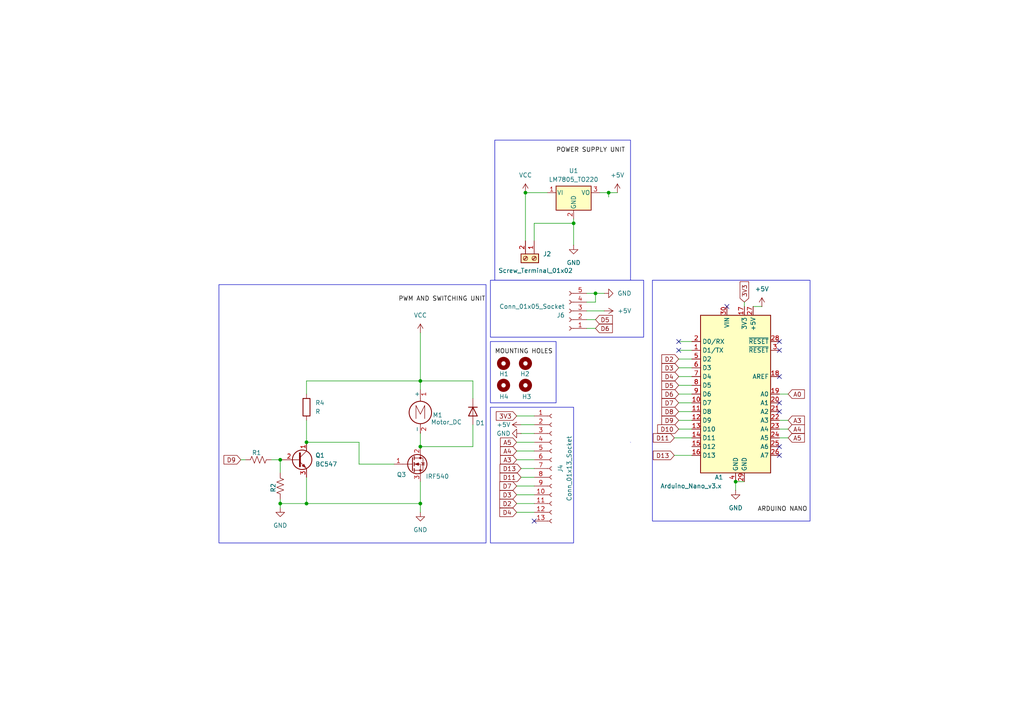
<source format=kicad_sch>
(kicad_sch (version 20231120) (generator "eeschema") (generator_version "8.0")
  (paper "A4")
  (title_block (title "COIL WINDING MACHINE") (date "2025-05-26") (company "JAYAVARDHAN SINGH"))
  (lib_symbols
    (symbol "Connector:Conn_01x05_Socket" (pin_names (offset 1.016) hide)
      (property "Reference" "J" (at 0 7.62 0))
      (property "Value" "Conn_01x05_Socket" (at 0 -7.62 0))
      (symbol "Conn_01x05_Socket_1_1"
        (arc (start 0 -4.572) (mid -0.5058 -5.08) (end 0 -5.588) (stroke (width 0.1524)))
        (arc (start 0 -2.032) (mid -0.5058 -2.54) (end 0 -3.048) (stroke (width 0.1524)))
        (polyline (pts (xy -1.27 -5.08) (xy -0.508 -5.08)) (stroke (width 0.1524)))
        (polyline (pts (xy -1.27 -2.54) (xy -0.508 -2.54)) (stroke (width 0.1524)))
        (polyline (pts (xy -1.27 0) (xy -0.508 0)) (stroke (width 0.1524)))
        (polyline (pts (xy -1.27 2.54) (xy -0.508 2.54)) (stroke (width 0.1524)))
        (polyline (pts (xy -1.27 5.08) (xy -0.508 5.08)) (stroke (width 0.1524)))
        (arc (start 0 0.508) (mid -0.5058 0) (end 0 -0.508) (stroke (width 0.1524)))
        (arc (start 0 3.048) (mid -0.5058 2.54) (end 0 2.032) (stroke (width 0.1524)))
        (arc (start 0 5.588) (mid -0.5058 5.08) (end 0 4.572) (stroke (width 0.1524)))
        (pin passive line (at -5.08 5.08 0) (length 3.81) (name "Pin_1") (number "1"))
        (pin passive line (at -5.08 2.54 0) (length 3.81) (name "Pin_2") (number "2"))
        (pin passive line (at -5.08 0 0) (length 3.81) (name "Pin_3") (number "3"))
        (pin passive line (at -5.08 -2.54 0) (length 3.81) (name "Pin_4") (number "4"))
        (pin passive line (at -5.08 -5.08 0) (length 3.81) (name "Pin_5") (number "5"))
      )
    )
    (symbol "Connector:Conn_01x13_Socket" (pin_names (offset 1.016) hide)
      (property "Reference" "J" (at 0 17.78 0))
      (property "Value" "Conn_01x13_Socket" (at 0 -17.78 0))
      (symbol "Conn_01x13_Socket_1_1"
        (arc (start 0 -14.732) (mid -0.5058 -15.24) (end 0 -15.748) (stroke (width 0.1524)))
        (arc (start 0 -12.192) (mid -0.5058 -12.7) (end 0 -13.208) (stroke (width 0.1524)))
        (arc (start 0 -9.652) (mid -0.5058 -10.16) (end 0 -10.668) (stroke (width 0.1524)))
        (arc (start 0 -7.112) (mid -0.5058 -7.62) (end 0 -8.128) (stroke (width 0.1524)))
        (arc (start 0 -4.572) (mid -0.5058 -5.08) (end 0 -5.588) (stroke (width 0.1524)))
        (arc (start 0 -2.032) (mid -0.5058 -2.54) (end 0 -3.048) (stroke (width 0.1524)))
        (polyline (pts (xy -1.27 -15.24) (xy -0.508 -15.24)) (stroke (width 0.1524)))
        (polyline (pts (xy -1.27 -12.7) (xy -0.508 -12.7)) (stroke (width 0.1524)))
        (polyline (pts (xy -1.27 -10.16) (xy -0.508 -10.16)) (stroke (width 0.1524)))
        (polyline (pts (xy -1.27 -7.62) (xy -0.508 -7.62)) (stroke (width 0.1524)))
        (polyline (pts (xy -1.27 -5.08) (xy -0.508 -5.08)) (stroke (width 0.1524)))
        (polyline (pts (xy -1.27 -2.54) (xy -0.508 -2.54)) (stroke (width 0.1524)))
        (polyline (pts (xy -1.27 0) (xy -0.508 0)) (stroke (width 0.1524)))
        (polyline (pts (xy -1.27 2.54) (xy -0.508 2.54)) (stroke (width 0.1524)))
        (polyline (pts (xy -1.27 5.08) (xy -0.508 5.08)) (stroke (width 0.1524)))
        (polyline (pts (xy -1.27 7.62) (xy -0.508 7.62)) (stroke (width 0.1524)))
        (polyline (pts (xy -1.27 10.16) (xy -0.508 10.16)) (stroke (width 0.1524)))
        (polyline (pts (xy -1.27 12.7) (xy -0.508 12.7)) (stroke (width 0.1524)))
        (polyline (pts (xy -1.27 15.24) (xy -0.508 15.24)) (stroke (width 0.1524)))
        (arc (start 0 0.508) (mid -0.5058 0) (end 0 -0.508) (stroke (width 0.1524)))
        (arc (start 0 3.048) (mid -0.5058 2.54) (end 0 2.032) (stroke (width 0.1524)))
        (arc (start 0 5.588) (mid -0.5058 5.08) (end 0 4.572) (stroke (width 0.1524)))
        (arc (start 0 8.128) (mid -0.5058 7.62) (end 0 7.112) (stroke (width 0.1524)))
        (arc (start 0 10.668) (mid -0.5058 10.16) (end 0 9.652) (stroke (width 0.1524)))
        (arc (start 0 13.208) (mid -0.5058 12.7) (end 0 12.192) (stroke (width 0.1524)))
        (arc (start 0 15.748) (mid -0.5058 15.24) (end 0 14.732) (stroke (width 0.1524)))
        (pin passive line (at -5.08 15.24 0) (length 3.81) (name "Pin_1") (number "1"))
        (pin passive line (at -5.08 -7.62 0) (length 3.81) (name "Pin_10") (number "10"))
        (pin passive line (at -5.08 -10.16 0) (length 3.81) (name "Pin_11") (number "11"))
        (pin passive line (at -5.08 -12.7 0) (length 3.81) (name "Pin_12") (number "12"))
        (pin passive line (at -5.08 -15.24 0) (length 3.81) (name "Pin_13") (number "13"))
        (pin passive line (at -5.08 12.7 0) (length 3.81) (name "Pin_2") (number "2"))
        (pin passive line (at -5.08 10.16 0) (length 3.81) (name "Pin_3") (number "3"))
        (pin passive line (at -5.08 7.62 0) (length 3.81) (name "Pin_4") (number "4"))
        (pin passive line (at -5.08 5.08 0) (length 3.81) (name "Pin_5") (number "5"))
        (pin passive line (at -5.08 2.54 0) (length 3.81) (name "Pin_6") (number "6"))
        (pin passive line (at -5.08 0 0) (length 3.81) (name "Pin_7") (number "7"))
        (pin passive line (at -5.08 -2.54 0) (length 3.81) (name "Pin_8") (number "8"))
        (pin passive line (at -5.08 -5.08 0) (length 3.81) (name "Pin_9") (number "9"))
      )
    )
    (symbol "Connector:Screw_Terminal_01x02" (pin_names (offset 1.016) hide)
      (property "Reference" "J" (at 0 2.54 0))
      (property "Value" "Screw_Terminal_01x02" (at 0 -5.08 0))
      (symbol "Screw_Terminal_01x02_1_1"
        (rectangle (start -1.27 1.27) (end 1.27 -3.81) (stroke (width 0.254)) (fill (type background)))
        (circle (center 0 -2.54) (radius 0.635) (stroke (width 0.1524)))
        (polyline (pts (xy -0.5334 -2.2098) (xy 0.3302 -3.048)) (stroke (width 0.1524)))
        (polyline (pts (xy -0.5334 0.3302) (xy 0.3302 -0.508)) (stroke (width 0.1524)))
        (polyline (pts (xy -0.3556 -2.032) (xy 0.508 -2.8702)) (stroke (width 0.1524)))
        (polyline (pts (xy -0.3556 0.508) (xy 0.508 -0.3302)) (stroke (width 0.1524)))
        (circle (center 0 0) (radius 0.635) (stroke (width 0.1524)))
        (pin passive line (at -5.08 0 0) (length 3.81) (name "Pin_1") (number "1"))
        (pin passive line (at -5.08 -2.54 0) (length 3.81) (name "Pin_2") (number "2"))
      )
    )
    (symbol "Device:D" (pin_numbers hide) (pin_names (offset 1.016) hide)
      (property "Reference" "D" (at 0 2.54 0))
      (property "Value" "D" (at 0 -2.54 0))
      (symbol "D_0_1"
        (polyline (pts (xy -1.27 1.27) (xy -1.27 -1.27)) (stroke (width 0.254)))
        (polyline (pts (xy 1.27 0) (xy -1.27 0)))
        (polyline (pts (xy 1.27 1.27) (xy 1.27 -1.27) (xy -1.27 0) (xy 1.27 1.27)) (stroke (width 0.254)))
      )
      (symbol "D_1_1"
        (pin passive line (at -3.81 0 0) (length 2.54) (name "K") (number "1"))
        (pin passive line (at 3.81 0 180) (length 2.54) (name "A") (number "2"))
      )
    )
    (symbol "Device:R" (pin_numbers hide) (pin_names (offset 0))
      (property "Reference" "R" (at 2.032 0 90))
      (property "Value" "R" (at 0 0 90))
      (symbol "R_0_1"
        (rectangle (start -1.016 -2.54) (end 1.016 2.54) (stroke (width 0.254)))
      )
      (symbol "R_1_1"
        (pin passive line (at 0 3.81 270) (length 1.27) (name "~") (number "1"))
        (pin passive line (at 0 -3.81 90) (length 1.27) (name "~") (number "2"))
      )
    )
    (symbol "Device:R_US" (pin_numbers hide) (pin_names (offset 0))
      (property "Reference" "R" (at 2.54 0 90))
      (property "Value" "R_US" (at -2.54 0 90))
      (symbol "R_US_0_1"
        (polyline (pts (xy 0 -2.286) (xy 0 -2.54)))
        (polyline (pts (xy 0 2.286) (xy 0 2.54)))
        (polyline (pts (xy 0 -0.762) (xy 1.016 -1.143) (xy 0 -1.524) (xy -1.016 -1.905) (xy 0 -2.286)))
        (polyline (pts (xy 0 0.762) (xy 1.016 0.381) (xy 0 0) (xy -1.016 -0.381) (xy 0 -0.762)))
        (polyline (pts (xy 0 2.286) (xy 1.016 1.905) (xy 0 1.524) (xy -1.016 1.143) (xy 0 0.762)))
      )
      (symbol "R_US_1_1"
        (pin passive line (at 0 3.81 270) (length 1.27) (name "~") (number "1"))
        (pin passive line (at 0 -3.81 90) (length 1.27) (name "~") (number "2"))
      )
    )
    (symbol "MCU_Module:Arduino_Nano_v3.x"
      (property "Reference" "A" (at -10.16 23.495 0))
      (property "Value" "Arduino_Nano_v3.x" (at 5.08 -24.13 0))
      (symbol "Arduino_Nano_v3.x_0_1"
        (rectangle (start -10.16 22.86) (end 10.16 -22.86) (stroke (width 0.254)) (fill (type background)))
      )
      (symbol "Arduino_Nano_v3.x_1_1"
        (pin bidirectional line (at -12.7 12.7 0) (length 2.54) (name "D1/TX") (number "1"))
        (pin bidirectional line (at -12.7 -2.54 0) (length 2.54) (name "D7") (number "10"))
        (pin bidirectional line (at -12.7 -5.08 0) (length 2.54) (name "D8") (number "11"))
        (pin bidirectional line (at -12.7 -7.62 0) (length 2.54) (name "D9") (number "12"))
        (pin bidirectional line (at -12.7 -10.16 0) (length 2.54) (name "D10") (number "13"))
        (pin bidirectional line (at -12.7 -12.7 0) (length 2.54) (name "D11") (number "14"))
        (pin bidirectional line (at -12.7 -15.24 0) (length 2.54) (name "D12") (number "15"))
        (pin bidirectional line (at -12.7 -17.78 0) (length 2.54) (name "D13") (number "16"))
        (pin power_out line (at 2.54 25.4 270) (length 2.54) (name "3V3") (number "17"))
        (pin input line (at 12.7 5.08 180) (length 2.54) (name "AREF") (number "18"))
        (pin bidirectional line (at 12.7 0 180) (length 2.54) (name "A0") (number "19"))
        (pin bidirectional line (at -12.7 15.24 0) (length 2.54) (name "D0/RX") (number "2"))
        (pin bidirectional line (at 12.7 -2.54 180) (length 2.54) (name "A1") (number "20"))
        (pin bidirectional line (at 12.7 -5.08 180) (length 2.54) (name "A2") (number "21"))
        (pin bidirectional line (at 12.7 -7.62 180) (length 2.54) (name "A3") (number "22"))
        (pin bidirectional line (at 12.7 -10.16 180) (length 2.54) (name "A4") (number "23"))
        (pin bidirectional line (at 12.7 -12.7 180) (length 2.54) (name "A5") (number "24"))
        (pin bidirectional line (at 12.7 -15.24 180) (length 2.54) (name "A6") (number "25"))
        (pin bidirectional line (at 12.7 -17.78 180) (length 2.54) (name "A7") (number "26"))
        (pin power_out line (at 5.08 25.4 270) (length 2.54) (name "+5V") (number "27"))
        (pin input line (at 12.7 15.24 180) (length 2.54) (name "~{RESET}") (number "28"))
        (pin power_in line (at 2.54 -25.4 90) (length 2.54) (name "GND") (number "29"))
        (pin input line (at 12.7 12.7 180) (length 2.54) (name "~{RESET}") (number "3"))
        (pin power_in line (at -2.54 25.4 270) (length 2.54) (name "VIN") (number "30"))
        (pin power_in line (at 0 -25.4 90) (length 2.54) (name "GND") (number "4"))
        (pin bidirectional line (at -12.7 10.16 0) (length 2.54) (name "D2") (number "5"))
        (pin bidirectional line (at -12.7 7.62 0) (length 2.54) (name "D3") (number "6"))
        (pin bidirectional line (at -12.7 5.08 0) (length 2.54) (name "D4") (number "7"))
        (pin bidirectional line (at -12.7 2.54 0) (length 2.54) (name "D5") (number "8"))
        (pin bidirectional line (at -12.7 0 0) (length 2.54) (name "D6") (number "9"))
      )
    )
    (symbol "Mechanical:MountingHole" (pin_names (offset 1.016)) (exclude_from_sim yes) (in_bom no)
      (property "Reference" "H" (at 0 5.08 0))
      (property "Value" "MountingHole" (at 0 3.175 0))
      (symbol "MountingHole_0_1"
        (circle (center 0 0) (radius 1.27) (stroke (width 1.27)))
      )
    )
    (symbol "Motor:Motor_DC" (pin_names (offset 0))
      (property "Reference" "M" (at 2.54 2.54 0))
      (property "Value" "Motor_DC" (at 2.54 -5.08 0))
      (symbol "Motor_DC_0_0"
        (polyline (pts (xy -1.27 -3.302) (xy -1.27 0.508) (xy 0 -2.032) (xy 1.27 0.508) (xy 1.27 -3.302)))
      )
      (symbol "Motor_DC_0_1"
        (circle (center 0 -1.524) (radius 3.2512) (stroke (width 0.254)))
        (polyline (pts (xy 0 -7.62) (xy 0 -7.112)))
        (polyline (pts (xy 0 -4.7752) (xy 0 -5.1816)))
        (polyline (pts (xy 0 1.7272) (xy 0 2.0828)))
        (polyline (pts (xy 0 2.032) (xy 0 2.54)))
      )
      (symbol "Motor_DC_1_1"
        (pin passive line (at 0 5.08 270) (length 2.54) (name "+") (number "1"))
        (pin passive line (at 0 -7.62 90) (length 2.54) (name "-") (number "2"))
      )
    )
    (symbol "Regulator_Linear:LM7805_TO220" (pin_names (offset 0.254))
      (property "Reference" "U" (at -3.81 3.175 0))
      (property "Value" "LM7805_TO220" (at 0 3.175 0))
      (symbol "LM7805_TO220_0_1"
        (rectangle (start -5.08 1.905) (end 5.08 -5.08) (stroke (width 0.254)) (fill (type background)))
      )
      (symbol "LM7805_TO220_1_1"
        (pin power_in line (at -7.62 0 0) (length 2.54) (name "VI") (number "1"))
        (pin power_in line (at 0 -7.62 90) (length 2.54) (name "GND") (number "2"))
        (pin power_out line (at 7.62 0 180) (length 2.54) (name "VO") (number "3"))
      )
    )
    (symbol "Transistor_BJT:BC547" (pin_names (offset 0) hide)
      (property "Reference" "Q" (at 5.08 1.905 0))
      (property "Value" "BC547" (at 5.08 0 0))
      (symbol "BC547_0_1"
        (polyline (pts (xy 0 0) (xy 0.635 0)))
        (polyline (pts (xy 0.635 0.635) (xy 2.54 2.54)))
        (polyline (pts (xy 0.635 -0.635) (xy 2.54 -2.54) (xy 2.54 -2.54)))
        (polyline (pts (xy 0.635 1.905) (xy 0.635 -1.905) (xy 0.635 -1.905)) (stroke (width 0.508)))
        (polyline (pts (xy 1.27 -1.778) (xy 1.778 -1.27) (xy 2.286 -2.286) (xy 1.27 -1.778) (xy 1.27 -1.778)) (fill (type outline)))
        (circle (center 1.27 0) (radius 2.8194) (stroke (width 0.254)))
      )
      (symbol "BC547_1_1"
        (pin passive line (at 2.54 5.08 270) (length 2.54) (name "C") (number "1"))
        (pin input line (at -5.08 0 0) (length 5.08) (name "B") (number "2"))
        (pin passive line (at 2.54 -5.08 90) (length 2.54) (name "E") (number "3"))
      )
    )
    (symbol "Transistor_FET:IRLIZ44N" (pin_names hide)
      (property "Reference" "Q" (at 5.08 1.905 0))
      (property "Value" "IRLIZ44N" (at 5.08 0 0))
      (symbol "IRLIZ44N_0_1"
        (polyline (pts (xy 0.254 0) (xy -2.54 0)))
        (polyline (pts (xy 0.254 1.905) (xy 0.254 -1.905)) (stroke (width 0.254)))
        (polyline (pts (xy 0.762 -1.27) (xy 0.762 -2.286)) (stroke (width 0.254)))
        (polyline (pts (xy 0.762 0.508) (xy 0.762 -0.508)) (stroke (width 0.254)))
        (polyline (pts (xy 0.762 2.286) (xy 0.762 1.27)) (stroke (width 0.254)))
        (polyline (pts (xy 2.54 2.54) (xy 2.54 1.778)))
        (polyline (pts (xy 2.54 -2.54) (xy 2.54 0) (xy 0.762 0)))
        (polyline (pts (xy 0.762 -1.778) (xy 3.302 -1.778) (xy 3.302 1.778) (xy 0.762 1.778)))
        (polyline (pts (xy 1.016 0) (xy 2.032 0.381) (xy 2.032 -0.381) (xy 1.016 0)) (fill (type outline)))
        (polyline (pts (xy 2.794 0.508) (xy 2.921 0.381) (xy 3.683 0.381) (xy 3.81 0.254)))
        (polyline (pts (xy 3.302 0.381) (xy 2.921 -0.254) (xy 3.683 -0.254) (xy 3.302 0.381)))
        (circle (center 1.651 0) (radius 2.794) (stroke (width 0.254)))
        (circle (center 2.54 -1.778) (radius 0.254) (fill (type outline)))
        (circle (center 2.54 1.778) (radius 0.254) (fill (type outline)))
      )
      (symbol "IRLIZ44N_1_1"
        (pin input line (at -5.08 0 0) (length 2.54) (name "G") (number "1"))
        (pin passive line (at 2.54 5.08 270) (length 2.54) (name "D") (number "2"))
        (pin passive line (at 2.54 -5.08 90) (length 2.54) (name "S") (number "3"))
      )
    )
    (symbol "power:+5V" (power) (pin_numbers hide) (pin_names (offset 0) hide)
      (property "Value" "+5V" (at 0 3.556 0))
      (symbol "+5V_0_1"
        (polyline (pts (xy -0.762 1.27) (xy 0 2.54)))
        (polyline (pts (xy 0 0) (xy 0 2.54)))
        (polyline (pts (xy 0 2.54) (xy 0.762 1.27)))
      )
      (symbol "+5V_1_1"
        (pin power_in line (at 0 0 90) (length 0) (name "~") (number "1"))
      )
    )
    (symbol "power:GND" (power) (pin_numbers hide) (pin_names (offset 0) hide)
      (property "Value" "GND" (at 0 -3.81 0))
      (symbol "GND_0_1"
        (polyline (pts (xy 0 0) (xy 0 -1.27) (xy 1.27 -1.27) (xy 0 -2.54) (xy -1.27 -1.27) (xy 0 -1.27)))
      )
      (symbol "GND_1_1"
        (pin power_in line (at 0 0 270) (length 0) (name "~") (number "1"))
      )
    )
    (symbol "power:VCC" (power) (pin_numbers hide) (pin_names (offset 0) hide)
      (property "Value" "VCC" (at 0 3.556 0))
      (symbol "VCC_0_1"
        (polyline (pts (xy -0.762 1.27) (xy 0 2.54)))
        (polyline (pts (xy 0 0) (xy 0 2.54)))
        (polyline (pts (xy 0 2.54) (xy 0.762 1.27)))
      )
      (symbol "VCC_1_1"
        (pin power_in line (at 0 0 90) (length 0) (name "~") (number "1"))
      )
    )
  )
  (junction (at 176.53 55.88))
  (junction (at 172.72 85.09))
  (junction (at 81.28 146.05))
  (junction (at 213.36 139.7))
  (junction (at 88.9 146.05))
  (junction (at 121.92 146.05))
  (junction (at 81.28 133.35))
  (junction (at 166.37 64.77))
  (junction (at 152.4 55.88))
  (junction (at 121.92 129.54))
  (junction (at 121.92 110.49))
  (junction (at 88.9 128.27))
  (no_connect (at 154.94 151.13))
  (no_connect (at 210.82 88.9))
  (no_connect (at 226.06 129.54))
  (no_connect (at 226.06 119.38))
  (no_connect (at 226.06 101.6))
  (no_connect (at 196.85 99.06))
  (no_connect (at 226.06 132.08))
  (no_connect (at 226.06 99.06))
  (no_connect (at 196.85 101.6))
  (no_connect (at 226.06 116.84))
  (no_connect (at 226.06 109.22))
  (wire (pts (xy 121.92 139.7) (xy 121.92 146.05)))
  (wire (pts (xy 226.06 124.46) (xy 228.6 124.46)))
  (wire (pts (xy 78.74 133.35) (xy 81.28 133.35)))
  (wire (pts (xy 81.28 137.16) (xy 81.28 133.35)))
  (wire (pts (xy 151.13 138.43) (xy 154.94 138.43)))
  (wire (pts (xy 196.85 109.22) (xy 200.66 109.22)))
  (wire (pts (xy 81.28 146.05) (xy 81.28 147.32)))
  (wire (pts (xy 151.13 125.73) (xy 154.94 125.73)))
  (wire (pts (xy 149.86 128.27) (xy 154.94 128.27)))
  (wire (pts (xy 175.26 90.17) (xy 170.18 90.17)))
  (wire (pts (xy 196.85 104.14) (xy 200.66 104.14)))
  (wire (pts (xy 196.85 121.92) (xy 200.66 121.92)))
  (wire (pts (xy 88.9 121.92) (xy 88.9 128.27)))
  (wire (pts (xy 176.53 55.88) (xy 176.53 57.15)))
  (wire (pts (xy 104.14 134.62) (xy 114.3 134.62)))
  (wire (pts (xy 166.37 63.5) (xy 166.37 64.77)))
  (wire (pts (xy 121.92 96.52) (xy 121.92 110.49)))
  (wire (pts (xy 121.92 110.49) (xy 121.92 113.03)))
  (wire (pts (xy 172.72 87.63) (xy 170.18 87.63)))
  (wire (pts (xy 226.06 121.92) (xy 228.6 121.92)))
  (wire (pts (xy 213.36 139.7) (xy 215.9 139.7)))
  (wire (pts (xy 226.06 127) (xy 228.6 127)))
  (wire (pts (xy 149.86 120.65) (xy 154.94 120.65)))
  (wire (pts (xy 88.9 146.05) (xy 121.92 146.05)))
  (wire (pts (xy 196.85 114.3) (xy 200.66 114.3)))
  (wire (pts (xy 81.28 144.78) (xy 81.28 146.05)))
  (wire (pts (xy 88.9 146.05) (xy 81.28 146.05)))
  (wire (pts (xy 196.85 111.76) (xy 200.66 111.76)))
  (wire (pts (xy 121.92 110.49) (xy 137.16 110.49)))
  (wire (pts (xy 213.36 139.7) (xy 213.36 142.24)))
  (wire (pts (xy 218.44 88.9) (xy 220.98 88.9)))
  (wire (pts (xy 154.94 64.77) (xy 166.37 64.77)))
  (wire (pts (xy 88.9 138.43) (xy 88.9 146.05)))
  (wire (pts (xy 121.92 125.73) (xy 121.92 129.54)))
  (wire (pts (xy 121.92 129.54) (xy 137.16 129.54)))
  (wire (pts (xy 166.37 64.77) (xy 166.37 71.12)))
  (wire (pts (xy 149.86 140.97) (xy 154.94 140.97)))
  (wire (pts (xy 172.72 85.09) (xy 170.18 85.09)))
  (wire (pts (xy 152.4 55.88) (xy 158.75 55.88)))
  (wire (pts (xy 69.85 133.35) (xy 71.12 133.35)))
  (wire (pts (xy 196.85 106.68) (xy 200.66 106.68)))
  (wire (pts (xy 172.72 85.09) (xy 172.72 87.63)))
  (wire (pts (xy 151.13 135.89) (xy 154.94 135.89)))
  (wire (pts (xy 149.86 148.59) (xy 154.94 148.59)))
  (wire (pts (xy 173.99 55.88) (xy 176.53 55.88)))
  (wire (pts (xy 195.58 127) (xy 200.66 127)))
  (wire (pts (xy 137.16 129.54) (xy 137.16 123.19)))
  (wire (pts (xy 88.9 128.27) (xy 104.14 128.27)))
  (wire (pts (xy 121.92 146.05) (xy 121.92 148.59)))
  (wire (pts (xy 215.9 87.63) (xy 215.9 88.9)))
  (wire (pts (xy 196.85 99.06) (xy 200.66 99.06)))
  (wire (pts (xy 172.72 92.71) (xy 170.18 92.71)))
  (wire (pts (xy 149.86 143.51) (xy 154.94 143.51)))
  (wire (pts (xy 149.86 146.05) (xy 154.94 146.05)))
  (wire (pts (xy 176.53 55.88) (xy 179.07 55.88)))
  (wire (pts (xy 196.85 124.46) (xy 200.66 124.46)))
  (wire (pts (xy 195.58 132.08) (xy 200.66 132.08)))
  (wire (pts (xy 196.85 101.6) (xy 200.66 101.6)))
  (wire (pts (xy 137.16 110.49) (xy 137.16 115.57)))
  (wire (pts (xy 196.85 116.84) (xy 200.66 116.84)))
  (wire (pts (xy 151.13 123.19) (xy 154.94 123.19)))
  (wire (pts (xy 88.9 110.49) (xy 88.9 114.3)))
  (wire (pts (xy 149.86 130.81) (xy 154.94 130.81)))
  (wire (pts (xy 104.14 128.27) (xy 104.14 134.62)))
  (wire (pts (xy 228.6 114.3) (xy 226.06 114.3)))
  (wire (pts (xy 172.72 95.25) (xy 170.18 95.25)))
  (wire (pts (xy 152.4 55.88) (xy 152.4 69.85)))
  (wire (pts (xy 121.92 110.49) (xy 88.9 110.49)))
  (wire (pts (xy 149.86 133.35) (xy 154.94 133.35)))
  (wire (pts (xy 196.85 119.38) (xy 200.66 119.38)))
  (wire (pts (xy 175.26 85.09) (xy 172.72 85.09)))
  (wire (pts (xy 154.94 64.77) (xy 154.94 69.85)))
  (rectangle (start 182.88 128.27) (end 182.88 128.27))
  (rectangle (start 142.24 99.06) (end 161.29 116.84))
  (rectangle (start 142.24 157.48) (end 166.37 118.11))
  (rectangle (start 143.51 40.64) (end 182.88 81.28))
  (rectangle (start 186.69 97.79) (end 142.24 81.28))
  (rectangle (start 63.5 82.55) (end 140.97 157.48))
  (rectangle (start 189.23 81.28) (end 234.95 151.13))
  (label "MOUNTING HOLES" (at 143.51 102.87 0))
  (label "PWM AND SWITCHING UNIT" (at 115.57 87.63 0))
  (label "POWER SUPPLY UNIT" (at 161.29 44.45 0))
  (label "ARDUINO NANO" (at 219.71 148.59 0))
  (global_label "D4" (shape input) (at 149.86 148.59 180) (property "Intersheetrefs" "${INTERSHEET_REFS}" (effects (hide yes))))
  (global_label "A5" (shape input) (at 149.86 128.27 180) (property "Intersheetrefs" "${INTERSHEET_REFS}" (effects (hide yes))))
  (global_label "D7" (shape input) (at 149.86 140.97 180) (property "Intersheetrefs" "${INTERSHEET_REFS}" (effects (hide yes))))
  (global_label "D4" (shape input) (at 196.85 109.22 180) (property "Intersheetrefs" "${INTERSHEET_REFS}" (effects (hide yes))))
  (global_label "D7" (shape input) (at 196.85 116.84 180) (property "Intersheetrefs" "${INTERSHEET_REFS}" (effects (hide yes))))
  (global_label "D11" (shape input) (at 195.58 127 180) (property "Intersheetrefs" "${INTERSHEET_REFS}" (effects (hide yes))))
  (global_label "A3" (shape input) (at 228.6 121.92 0) (property "Intersheetrefs" "${INTERSHEET_REFS}" (effects (hide yes))))
  (global_label "D2" (shape input) (at 196.85 104.14 180) (property "Intersheetrefs" "${INTERSHEET_REFS}" (effects (hide yes))))
  (global_label "D11" (shape input) (at 151.13 138.43 180) (property "Intersheetrefs" "${INTERSHEET_REFS}" (effects (hide yes))))
  (global_label "A4" (shape input) (at 228.6 124.46 0) (property "Intersheetrefs" "${INTERSHEET_REFS}" (effects (hide yes))))
  (global_label "A3" (shape input) (at 149.86 133.35 180) (property "Intersheetrefs" "${INTERSHEET_REFS}" (effects (hide yes))))
  (global_label "D2" (shape input) (at 149.86 146.05 180) (property "Intersheetrefs" "${INTERSHEET_REFS}" (effects (hide yes))))
  (global_label "3V3" (shape input) (at 149.86 120.65 180) (property "Intersheetrefs" "${INTERSHEET_REFS}" (effects (hide yes))))
  (global_label "D8" (shape input) (at 196.85 119.38 180) (property "Intersheetrefs" "${INTERSHEET_REFS}" (effects (hide yes))))
  (global_label "A0" (shape input) (at 228.6 114.3 0) (property "Intersheetrefs" "${INTERSHEET_REFS}" (effects (hide yes))))
  (global_label "A5" (shape input) (at 228.6 127 0) (property "Intersheetrefs" "${INTERSHEET_REFS}" (effects (hide yes))))
  (global_label "D5" (shape input) (at 172.72 92.71 0) (property "Intersheetrefs" "${INTERSHEET_REFS}" (effects (hide yes))))
  (global_label "D13" (shape input) (at 195.58 132.08 180) (property "Intersheetrefs" "${INTERSHEET_REFS}" (effects (hide yes))))
  (global_label "D10" (shape input) (at 196.85 124.46 180) (property "Intersheetrefs" "${INTERSHEET_REFS}" (effects (hide yes))))
  (global_label "3V3" (shape input) (at 215.9 87.63 90) (property "Intersheetrefs" "${INTERSHEET_REFS}" (effects (hide yes))))
  (global_label "D3" (shape input) (at 196.85 106.68 180) (property "Intersheetrefs" "${INTERSHEET_REFS}" (effects (hide yes))))
  (global_label "D9" (shape input) (at 196.85 121.92 180) (property "Intersheetrefs" "${INTERSHEET_REFS}" (effects (hide yes))))
  (global_label "D5" (shape input) (at 196.85 111.76 180) (property "Intersheetrefs" "${INTERSHEET_REFS}" (effects (hide yes))))
  (global_label "D3" (shape input) (at 149.86 143.51 180) (property "Intersheetrefs" "${INTERSHEET_REFS}" (effects (hide yes))))
  (global_label "D13" (shape input) (at 151.13 135.89 180) (property "Intersheetrefs" "${INTERSHEET_REFS}" (effects (hide yes))))
  (global_label "D9" (shape input) (at 69.85 133.35 180) (property "Intersheetrefs" "${INTERSHEET_REFS}" (effects (hide yes))))
  (global_label "D6" (shape input) (at 172.72 95.25 0) (property "Intersheetrefs" "${INTERSHEET_REFS}" (effects (hide yes))))
  (global_label "A4" (shape input) (at 149.86 130.81 180) (property "Intersheetrefs" "${INTERSHEET_REFS}" (effects (hide yes))))
  (global_label "D6" (shape input) (at 196.85 114.3 180) (property "Intersheetrefs" "${INTERSHEET_REFS}" (effects (hide yes))))
  (symbol (lib_id "Transistor_FET:IRLIZ44N") (at 119.38 134.62 0) (unit 1)
    (property "Reference" "Q3" (at 115.062 137.668 0) (effects (justify left)))
    (property "Value" "IRF540" (at 123.444 138.176 0) (effects (justify left)))
    (property "Footprint" "Package_TO_SOT_THT:TO-220F-3_Vertical" (effects (hide yes)))
    (property "Datasheet" "http://www.irf.com/product-info/datasheets/data/irliz44n.pdf" (effects (hide yes)))
    (property "Description" "30A Id, 55V Vds, 22mOhm Rds, N-Channel HEXFET Power MOSFET, TO-220AB" (effects (hide yes)))
  )
  (symbol (lib_id "Device:R") (at 88.9 118.11 0) (unit 1)
    (property "Reference" "R4" (at 91.44 116.8399 0) (effects (justify left)))
    (property "Value" "R" (at 91.44 119.3799 0) (effects (justify left)))
    (property "Footprint" "Resistor_THT:R_Axial_DIN0207_L6.3mm_D2.5mm_P7.62mm_Horizontal" (effects (hide yes)))
    (property "Description" "Resistor" (effects (hide yes)))
  )
  (symbol (lib_id "power:GND") (at 175.26 85.09 90) (unit 1)
    (property "Reference" "#PWR06" (effects (hide yes)))
    (property "Value" "GND" (at 179.07 85.0901 90) (effects (justify right)))
    (property "Description" "Power symbol creates a global label with name \"GND\" , ground" (effects (hide yes)))
  )
  (symbol (lib_id "Transistor_BJT:BC547") (at 86.36 133.35 0) (unit 1)
    (property "Reference" "Q1" (at 91.44 132.0799 0) (effects (justify left)))
    (property "Value" "BC547" (at 91.44 134.6199 0) (effects (justify left)))
    (property "Footprint" "Package_TO_SOT_THT:TO-92_Inline" (effects (hide yes)))
    (property "Datasheet" "https://www.onsemi.com/pub/Collateral/BC550-D.pdf" (effects (hide yes)))
    (property "Description" "0.1A Ic, 45V Vce, Small Signal NPN Transistor, TO-92" (effects (hide yes)))
  )
  (symbol (lib_id "Connector:Screw_Terminal_01x02") (at 154.94 74.93 270) (unit 1)
    (property "Reference" "J2" (at 157.48 73.6599 90) (effects (justify left)))
    (property "Value" "Screw_Terminal_01x02" (at 144.526 78.486 90) (effects (justify left)))
    (property "Footprint" "TerminalBlock_4Ucon:TerminalBlock_4Ucon_1x02_P3.50mm_Horizontal" (effects (hide yes)))
    (property "Description" "Generic screw terminal, single row, 01x02, script generated (kicad-library-utils/schlib/autogen/connector/)" (effects (hide yes)))
  )
  (symbol (lib_id "Connector:Conn_01x13_Socket") (at 160.02 135.89 0) (unit 1)
    (property "Reference" "J4" (at 162.56 135.89 90))
    (property "Value" "Conn_01x13_Socket" (at 165.1 135.89 90))
    (property "Footprint" "Connector_PinHeader_2.54mm:PinHeader_2x13_P2.54mm_Vertical" (effects (hide yes)))
    (property "Description" "Generic connector, single row, 01x13, script generated" (effects (hide yes)))
  )
  (symbol (lib_id "Motor:Motor_DC") (at 121.92 118.11 0) (unit 1)
    (property "Reference" "M1" (at 125.476 120.396 0) (effects (justify left)))
    (property "Value" "Motor_DC" (at 124.968 122.428 0) (effects (justify left)))
    (property "Footprint" "TerminalBlock_4Ucon:TerminalBlock_4Ucon_1x02_P3.50mm_Horizontal" (effects (hide yes)))
    (property "Description" "DC Motor" (effects (hide yes)))
  )
  (symbol (lib_id "Connector:Conn_01x05_Socket") (at 165.1 90.17 180) (unit 1)
    (property "Reference" "J6" (at 163.83 91.4401 0) (effects (justify left)))
    (property "Value" "Conn_01x05_Socket" (at 163.83 88.9001 0) (effects (justify left)))
    (property "Footprint" "Connector_PinHeader_2.54mm:PinHeader_2x05_P2.54mm_Vertical" (effects (hide yes)))
    (property "Description" "Generic connector, single row, 01x05, script generated" (effects (hide yes)))
  )
  (symbol (lib_id "power:VCC") (at 121.92 96.52 0) (unit 1)
    (property "Reference" "#PWR02" (effects (hide yes)))
    (property "Value" "VCC" (at 121.92 91.44 0))
    (property "Description" "Power symbol creates a global label with name \"VCC\"" (effects (hide yes)))
  )
  (symbol (lib_id "power:GND") (at 213.36 142.24 0) (unit 1)
    (property "Reference" "#PWR07" (effects (hide yes)))
    (property "Value" "GND" (at 213.36 147.32 0))
    (property "Description" "Power symbol creates a global label with name \"GND\" , ground" (effects (hide yes)))
  )
  (symbol (lib_id "Regulator_Linear:LM7805_TO220") (at 166.37 55.88 0) (unit 1)
    (property "Reference" "U1" (at 166.37 49.53 0))
    (property "Value" "LM7805_TO220" (at 166.37 52.07 0))
    (property "Footprint" "Package_TO_SOT_THT:TO-220-3_Vertical" (effects (hide yes)))
    (property "Datasheet" "https://www.onsemi.cn/PowerSolutions/document/MC7800-D.PDF" (effects (hide yes)))
    (property "Description" "Positive 1A 35V Linear Regulator, Fixed Output 5V, TO-220" (effects (hide yes)))
  )
  (symbol (lib_id "Mechanical:MountingHole") (at 152.4 111.76 0) (unit 1) (exclude_from_sim yes) (in_bom no)
    (property "Reference" "H3" (at 151.384 115.062 0) (effects (justify left)))
    (property "Value" "MountingHole" (effects (hide yes)))
    (property "Footprint" "MountingHole:MountingHole_4mm" (effects (hide yes)))
    (property "Description" "Mounting Hole without connection" (effects (hide yes)))
  )
  (symbol (lib_id "Mechanical:MountingHole") (at 146.05 111.76 0) (unit 1) (exclude_from_sim yes) (in_bom no)
    (property "Reference" "H4" (at 144.78 115.062 0) (effects (justify left)))
    (property "Value" "MountingHole" (effects (hide yes)))
    (property "Footprint" "MountingHole:MountingHole_4mm" (effects (hide yes)))
    (property "Description" "Mounting Hole without connection" (effects (hide yes)))
  )
  (symbol (lib_id "power:GND") (at 151.13 125.73 270) (unit 1)
    (property "Reference" "#PWR017" (effects (hide yes)))
    (property "Value" "GND" (at 146.05 125.73 90))
    (property "Description" "Power symbol creates a global label with name \"GND\" , ground" (effects (hide yes)))
  )
  (symbol (lib_id "power:GND") (at 121.92 148.59 0) (unit 1)
    (property "Reference" "#PWR08" (effects (hide yes)))
    (property "Value" "GND" (at 121.92 153.67 0))
    (property "Description" "Power symbol creates a global label with name \"GND\" , ground" (effects (hide yes)))
  )
  (symbol (lib_id "Mechanical:MountingHole") (at 152.4 105.41 0) (unit 1) (exclude_from_sim yes) (in_bom no)
    (property "Reference" "H2" (at 150.876 108.458 0) (effects (justify left)))
    (property "Value" "MountingHole" (effects (hide yes)))
    (property "Footprint" "MountingHole:MountingHole_4mm" (effects (hide yes)))
    (property "Description" "Mounting Hole without connection" (effects (hide yes)))
  )
  (symbol (lib_id "Mechanical:MountingHole") (at 146.05 105.41 0) (unit 1) (exclude_from_sim yes) (in_bom no)
    (property "Reference" "H1" (at 144.78 108.458 0) (effects (justify left)))
    (property "Value" "MountingHole" (effects (hide yes)))
    (property "Footprint" "MountingHole:MountingHole_4mm" (effects (hide yes)))
    (property "Description" "Mounting Hole without connection" (effects (hide yes)))
  )
  (symbol (lib_id "power:VCC") (at 152.4 55.88 0) (unit 1)
    (property "Reference" "#PWR03" (effects (hide yes)))
    (property "Value" "VCC" (at 152.4 50.8 0))
    (property "Description" "Power symbol creates a global label with name \"VCC\"" (effects (hide yes)))
  )
  (symbol (lib_id "power:GND") (at 81.28 147.32 0) (unit 1)
    (property "Reference" "#PWR011" (effects (hide yes)))
    (property "Value" "GND" (at 81.28 152.4 0))
    (property "Description" "Power symbol creates a global label with name \"GND\" , ground" (effects (hide yes)))
  )
  (symbol (lib_id "power:+5V") (at 151.13 123.19 90) (unit 1)
    (property "Reference" "#PWR014" (effects (hide yes)))
    (property "Value" "+5V" (at 146.05 123.19 90))
    (property "Description" "Power symbol creates a global label with name \"+5V\"" (effects (hide yes)))
  )
  (symbol (lib_id "power:GND") (at 166.37 71.12 0) (unit 1)
    (property "Reference" "#PWR05" (effects (hide yes)))
    (property "Value" "GND" (at 166.37 76.2 0))
    (property "Description" "Power symbol creates a global label with name \"GND\" , ground" (effects (hide yes)))
  )
  (symbol (lib_id "MCU_Module:Arduino_Nano_v3.x") (at 213.36 114.3 0) (unit 1)
    (property "Reference" "A1" (at 207.264 138.43 0) (effects (justify left)))
    (property "Value" "Arduino_Nano_v3.x" (at 191.516 140.97 0) (effects (justify left)))
    (property "Footprint" "Module:Arduino_Nano" (effects (hide yes)))
    (property "Datasheet" "http://www.mouser.com/pdfdocs/Gravitech_Arduino_Nano3_0.pdf" (effects (hide yes)))
    (property "Description" "Arduino Nano v3.x" (effects (hide yes)))
  )
  (symbol (lib_id "Device:R_US") (at 74.93 133.35 90) (unit 1)
    (property "Reference" "R1" (at 74.422 131.318 90))
    (property "Value" "220" (effects (hide yes)))
    (property "Footprint" "Resistor_THT:R_Axial_DIN0207_L6.3mm_D2.5mm_P7.62mm_Horizontal" (effects (hide yes)))
    (property "Description" "Resistor, US symbol" (effects (hide yes)))
  )
  (symbol (lib_id "Device:D") (at 137.16 119.38 270) (unit 1)
    (property "Reference" "D1" (at 137.922 122.682 90) (effects (justify left)))
    (property "Value" "D" (effects (hide yes)))
    (property "Footprint" "Diode_THT:D_DO-41_SOD81_P12.70mm_Horizontal" (effects (hide yes)))
    (property "Description" "Diode" (effects (hide yes)))
    (property "Sim.Device" "D" (effects (hide yes)))
    (property "Sim.Pins" "1=K 2=A" (effects (hide yes)))
  )
  (symbol (lib_id "power:+5V") (at 179.07 55.88 0) (unit 1)
    (property "Reference" "#PWR04" (effects (hide yes)))
    (property "Value" "+5V" (at 179.07 50.8 0))
    (property "Description" "Power symbol creates a global label with name \"+5V\"" (effects (hide yes)))
  )
  (symbol (lib_id "power:+5V") (at 175.26 90.17 270) (unit 1)
    (property "Reference" "#PWR09" (effects (hide yes)))
    (property "Value" "+5V" (at 179.07 90.1701 90) (effects (justify left)))
    (property "Description" "Power symbol creates a global label with name \"+5V\"" (effects (hide yes)))
  )
  (symbol (lib_id "power:+5V") (at 220.98 88.9 0) (unit 1)
    (property "Reference" "#PWR016" (effects (hide yes)))
    (property "Value" "+5V" (at 220.98 83.82 0))
    (property "Description" "Power symbol creates a global label with name \"+5V\"" (effects (hide yes)))
  )
  (symbol (lib_id "Device:R_US") (at 81.28 140.97 180) (unit 1)
    (property "Reference" "R2" (at 79.248 141.478 90))
    (property "Value" "10K" (effects (hide yes)))
    (property "Footprint" "Resistor_THT:R_Axial_DIN0207_L6.3mm_D2.5mm_P7.62mm_Horizontal" (effects (hide yes)))
    (property "Description" "Resistor, US symbol" (effects (hide yes)))
  )
)
</source>
